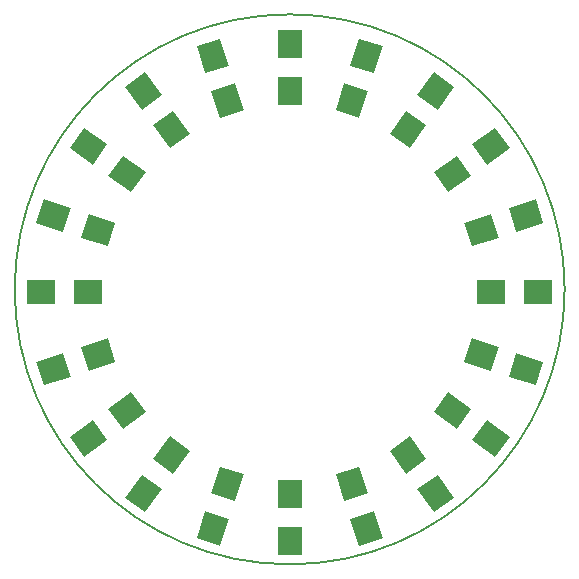
<source format=gbr>
%TF.GenerationSoftware,KiCad,Pcbnew,4.0.7-e2-6376~58~ubuntu16.04.1*%
%TF.CreationDate,2018-02-03T18:41:43+01:00*%
%TF.ProjectId,pin_attiny,70696E5F617474696E792E6B69636164,rev?*%
%TF.FileFunction,Soldermask,Top*%
%FSLAX46Y46*%
G04 Gerber Fmt 4.6, Leading zero omitted, Abs format (unit mm)*
G04 Created by KiCad (PCBNEW 4.0.7-e2-6376~58~ubuntu16.04.1) date Sat Feb  3 18:41:43 2018*
%MOMM*%
%LPD*%
G01*
G04 APERTURE LIST*
%ADD10C,0.100000*%
%ADD11C,0.150000*%
%ADD12R,2.400000X2.100000*%
%ADD13R,2.100000X2.400000*%
G04 APERTURE END LIST*
D10*
D11*
X116246256Y-97282000D02*
G75*
G03X116246256Y-97282000I-23282256J0D01*
G01*
D12*
X110014000Y-97536000D03*
X114014000Y-97536000D03*
D10*
G36*
X107713777Y-103432528D02*
X108362713Y-101435309D01*
X110645249Y-102176950D01*
X109996313Y-104174169D01*
X107713777Y-103432528D01*
X107713777Y-103432528D01*
G37*
G36*
X111518003Y-104668596D02*
X112166939Y-102671377D01*
X114449475Y-103413018D01*
X113800539Y-105410237D01*
X111518003Y-104668596D01*
X111518003Y-104668596D01*
G37*
G36*
X105169744Y-107701864D02*
X106404093Y-106002928D01*
X108345734Y-107413612D01*
X107111385Y-109112548D01*
X105169744Y-107701864D01*
X105169744Y-107701864D01*
G37*
G36*
X108405812Y-110053006D02*
X109640161Y-108354070D01*
X111581802Y-109764754D01*
X110347453Y-111463690D01*
X108405812Y-110053006D01*
X108405812Y-110053006D01*
G37*
G36*
X101430928Y-110976093D02*
X103129864Y-109741744D01*
X104540548Y-111683385D01*
X102841612Y-112917734D01*
X101430928Y-110976093D01*
X101430928Y-110976093D01*
G37*
G36*
X103782070Y-114212161D02*
X105481006Y-112977812D01*
X106891690Y-114919453D01*
X105192754Y-116153802D01*
X103782070Y-114212161D01*
X103782070Y-114212161D01*
G37*
G36*
X96863309Y-112934713D02*
X98860528Y-112285777D01*
X99602169Y-114568313D01*
X97604950Y-115217249D01*
X96863309Y-112934713D01*
X96863309Y-112934713D01*
G37*
G36*
X98099377Y-116738939D02*
X100096596Y-116090003D01*
X100838237Y-118372539D01*
X98841018Y-119021475D01*
X98099377Y-116738939D01*
X98099377Y-116738939D01*
G37*
D13*
X92964000Y-114586000D03*
X92964000Y-118586000D03*
D10*
G36*
X87067471Y-112285777D02*
X89064690Y-112934713D01*
X88323049Y-115217249D01*
X86325830Y-114568313D01*
X87067471Y-112285777D01*
X87067471Y-112285777D01*
G37*
G36*
X85831403Y-116090003D02*
X87828622Y-116738939D01*
X87086981Y-119021475D01*
X85089762Y-118372539D01*
X85831403Y-116090003D01*
X85831403Y-116090003D01*
G37*
G36*
X82798135Y-109741744D02*
X84497071Y-110976093D01*
X83086387Y-112917734D01*
X81387451Y-111683385D01*
X82798135Y-109741744D01*
X82798135Y-109741744D01*
G37*
G36*
X80446993Y-112977812D02*
X82145929Y-114212161D01*
X80735245Y-116153802D01*
X79036309Y-114919453D01*
X80446993Y-112977812D01*
X80446993Y-112977812D01*
G37*
G36*
X79523907Y-106002928D02*
X80758256Y-107701864D01*
X78816615Y-109112548D01*
X77582266Y-107413612D01*
X79523907Y-106002928D01*
X79523907Y-106002928D01*
G37*
G36*
X76287839Y-108354070D02*
X77522188Y-110053006D01*
X75580547Y-111463690D01*
X74346198Y-109764754D01*
X76287839Y-108354070D01*
X76287839Y-108354070D01*
G37*
G36*
X77565287Y-101435309D02*
X78214223Y-103432528D01*
X75931687Y-104174169D01*
X75282751Y-102176950D01*
X77565287Y-101435309D01*
X77565287Y-101435309D01*
G37*
G36*
X73761061Y-102671377D02*
X74409997Y-104668596D01*
X72127461Y-105410237D01*
X71478525Y-103413018D01*
X73761061Y-102671377D01*
X73761061Y-102671377D01*
G37*
D12*
X75914000Y-97536000D03*
X71914000Y-97536000D03*
D10*
G36*
X78214223Y-91639471D02*
X77565287Y-93636690D01*
X75282751Y-92895049D01*
X75931687Y-90897830D01*
X78214223Y-91639471D01*
X78214223Y-91639471D01*
G37*
G36*
X74409997Y-90403403D02*
X73761061Y-92400622D01*
X71478525Y-91658981D01*
X72127461Y-89661762D01*
X74409997Y-90403403D01*
X74409997Y-90403403D01*
G37*
G36*
X80758256Y-87370135D02*
X79523907Y-89069071D01*
X77582266Y-87658387D01*
X78816615Y-85959451D01*
X80758256Y-87370135D01*
X80758256Y-87370135D01*
G37*
G36*
X77522188Y-85018993D02*
X76287839Y-86717929D01*
X74346198Y-85307245D01*
X75580547Y-83608309D01*
X77522188Y-85018993D01*
X77522188Y-85018993D01*
G37*
G36*
X84497071Y-84095907D02*
X82798135Y-85330256D01*
X81387451Y-83388615D01*
X83086387Y-82154266D01*
X84497071Y-84095907D01*
X84497071Y-84095907D01*
G37*
G36*
X82145929Y-80859839D02*
X80446993Y-82094188D01*
X79036309Y-80152547D01*
X80735245Y-78918198D01*
X82145929Y-80859839D01*
X82145929Y-80859839D01*
G37*
G36*
X89064690Y-82137287D02*
X87067471Y-82786223D01*
X86325830Y-80503687D01*
X88323049Y-79854751D01*
X89064690Y-82137287D01*
X89064690Y-82137287D01*
G37*
G36*
X87828622Y-78333061D02*
X85831403Y-78981997D01*
X85089762Y-76699461D01*
X87086981Y-76050525D01*
X87828622Y-78333061D01*
X87828622Y-78333061D01*
G37*
D13*
X92963999Y-80486000D03*
X92963999Y-76486000D03*
D10*
G36*
X98860528Y-82786223D02*
X96863309Y-82137287D01*
X97604950Y-79854751D01*
X99602169Y-80503687D01*
X98860528Y-82786223D01*
X98860528Y-82786223D01*
G37*
G36*
X100096596Y-78981997D02*
X98099377Y-78333061D01*
X98841018Y-76050525D01*
X100838237Y-76699461D01*
X100096596Y-78981997D01*
X100096596Y-78981997D01*
G37*
G36*
X103129864Y-85330256D02*
X101430928Y-84095907D01*
X102841612Y-82154266D01*
X104540548Y-83388615D01*
X103129864Y-85330256D01*
X103129864Y-85330256D01*
G37*
G36*
X105481006Y-82094188D02*
X103782070Y-80859839D01*
X105192754Y-78918198D01*
X106891690Y-80152547D01*
X105481006Y-82094188D01*
X105481006Y-82094188D01*
G37*
G36*
X106404093Y-89069071D02*
X105169744Y-87370135D01*
X107111385Y-85959451D01*
X108345734Y-87658387D01*
X106404093Y-89069071D01*
X106404093Y-89069071D01*
G37*
G36*
X109640161Y-86717929D02*
X108405812Y-85018993D01*
X110347453Y-83608309D01*
X111581802Y-85307245D01*
X109640161Y-86717929D01*
X109640161Y-86717929D01*
G37*
G36*
X108362713Y-93636690D02*
X107713777Y-91639471D01*
X109996313Y-90897830D01*
X110645249Y-92895049D01*
X108362713Y-93636690D01*
X108362713Y-93636690D01*
G37*
G36*
X112166939Y-92400622D02*
X111518003Y-90403403D01*
X113800539Y-89661762D01*
X114449475Y-91658981D01*
X112166939Y-92400622D01*
X112166939Y-92400622D01*
G37*
M02*

</source>
